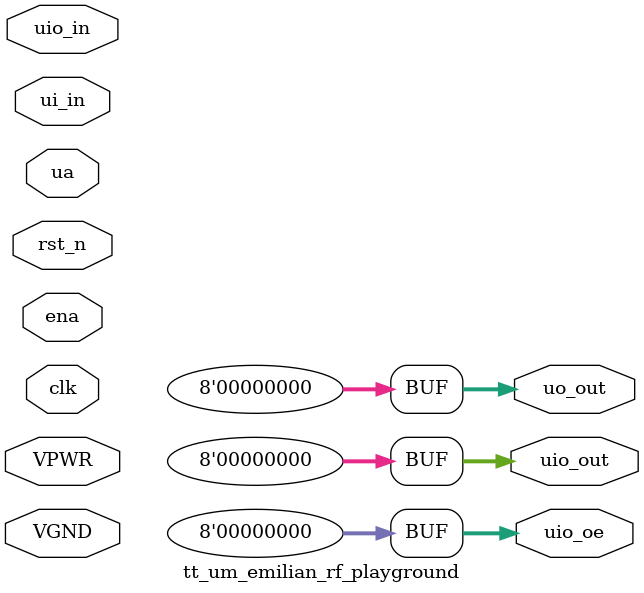
<source format=v>
module tt_um_emilian_rf_playground(	// file.cleaned.mlir:2:3
  input        VGND,	// file.cleaned.mlir:2:45
               VPWR,	// file.cleaned.mlir:2:60
  input  [7:0] ui_in,	// file.cleaned.mlir:2:75
               uio_in,	// file.cleaned.mlir:2:91
  inout  [7:0] ua,	// file.cleaned.mlir:2:111
  input        ena,	// file.cleaned.mlir:2:124
               clk,	// file.cleaned.mlir:2:138
               rst_n,	// file.cleaned.mlir:2:152
  output [7:0] uo_out,	// file.cleaned.mlir:2:169
               uio_out,	// file.cleaned.mlir:2:186
               uio_oe	// file.cleaned.mlir:2:204
);

  assign uo_out = 8'h0;	// file.cleaned.mlir:3:14, :4:5
  assign uio_out = 8'h0;	// file.cleaned.mlir:3:14, :4:5
  assign uio_oe = 8'h0;	// file.cleaned.mlir:3:14, :4:5
endmodule


</source>
